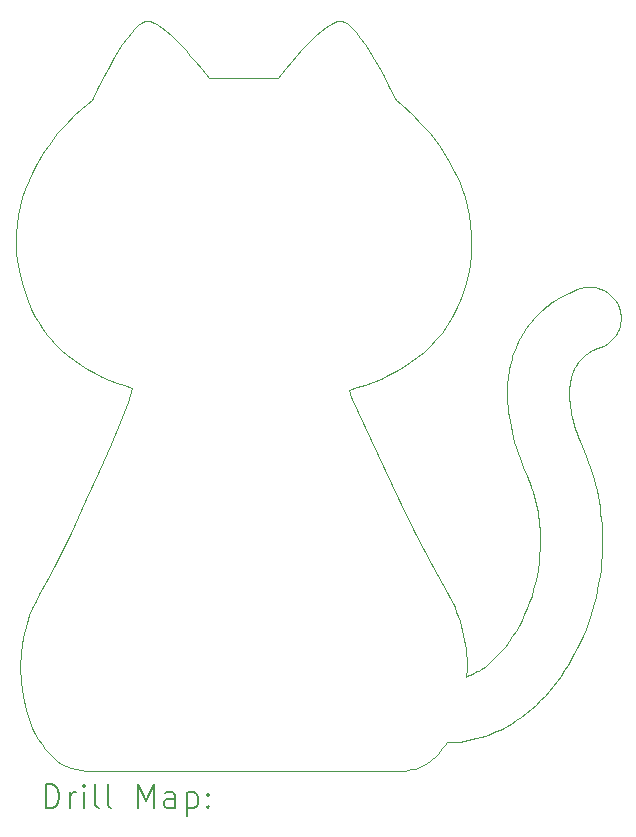
<source format=gbr>
%TF.GenerationSoftware,KiCad,Pcbnew,8.0.8*%
%TF.CreationDate,2025-06-13T17:00:37+01:00*%
%TF.ProjectId,AutoDiming_Keychain,4175746f-4469-46d6-996e-675f4b657963,rev?*%
%TF.SameCoordinates,Original*%
%TF.FileFunction,Drillmap*%
%TF.FilePolarity,Positive*%
%FSLAX45Y45*%
G04 Gerber Fmt 4.5, Leading zero omitted, Abs format (unit mm)*
G04 Created by KiCad (PCBNEW 8.0.8) date 2025-06-13 17:00:37*
%MOMM*%
%LPD*%
G01*
G04 APERTURE LIST*
%ADD10C,0.100000*%
%ADD11C,0.200000*%
G04 APERTURE END LIST*
D10*
X4134127Y-2781184D02*
X4149743Y-2784931D01*
X4166361Y-2791030D01*
X4183883Y-2799319D01*
X4202210Y-2809637D01*
X4221244Y-2821821D01*
X4240887Y-2835709D01*
X4281607Y-2867950D01*
X4323584Y-2905063D01*
X4366033Y-2945751D01*
X4408167Y-2988718D01*
X4449202Y-3032667D01*
X4488352Y-3076301D01*
X4524830Y-3118324D01*
X4586632Y-3192351D01*
X4643615Y-3264020D01*
X5233669Y-3264020D01*
X5290669Y-3192351D01*
X5352489Y-3118324D01*
X5428141Y-3032667D01*
X5469189Y-2988718D01*
X5511337Y-2945751D01*
X5553800Y-2905063D01*
X5595792Y-2867950D01*
X5636527Y-2835709D01*
X5656177Y-2821821D01*
X5675219Y-2809637D01*
X5693553Y-2799319D01*
X5711082Y-2791030D01*
X5727707Y-2784931D01*
X5743331Y-2781184D01*
X5758864Y-2780749D01*
X5775253Y-2784295D01*
X5792409Y-2791564D01*
X5810244Y-2802295D01*
X5828669Y-2816228D01*
X5847596Y-2833102D01*
X5866936Y-2852657D01*
X5886602Y-2874633D01*
X5926553Y-2924807D01*
X5966744Y-2981542D01*
X6006464Y-3042755D01*
X6045009Y-3106364D01*
X6081668Y-3170288D01*
X6115736Y-3232444D01*
X6173264Y-3343123D01*
X6226080Y-3451655D01*
X6267776Y-3484813D01*
X6373586Y-3581144D01*
X6441498Y-3651527D01*
X6514595Y-3735936D01*
X6589263Y-3833781D01*
X6661887Y-3944475D01*
X6728853Y-4067426D01*
X6759085Y-4133315D01*
X6786546Y-4202048D01*
X6810786Y-4273550D01*
X6831352Y-4347749D01*
X6847793Y-4424571D01*
X6859657Y-4503942D01*
X6866491Y-4585788D01*
X6867845Y-4670037D01*
X6863266Y-4756613D01*
X6852302Y-4845444D01*
X6834503Y-4936456D01*
X6809415Y-5029576D01*
X6776587Y-5124729D01*
X6735568Y-5221842D01*
X6699618Y-5292976D01*
X6659700Y-5359618D01*
X6616070Y-5421916D01*
X6568986Y-5480017D01*
X6518707Y-5534069D01*
X6465488Y-5584221D01*
X6409589Y-5630620D01*
X6351267Y-5673415D01*
X6290779Y-5712754D01*
X6228383Y-5748785D01*
X6164336Y-5781655D01*
X6098897Y-5811513D01*
X6032322Y-5838507D01*
X5964869Y-5862785D01*
X5896796Y-5884495D01*
X5828361Y-5903784D01*
X5847300Y-5964295D01*
X6126079Y-6568964D01*
X6254202Y-6836085D01*
X6391923Y-7114545D01*
X6532358Y-7386824D01*
X6668620Y-7635399D01*
X6688761Y-7672181D01*
X6707475Y-7709526D01*
X6724780Y-7747382D01*
X6740695Y-7785698D01*
X6755239Y-7824419D01*
X6768431Y-7863493D01*
X6780289Y-7902868D01*
X6790833Y-7942491D01*
X6800080Y-7982308D01*
X6808051Y-8022268D01*
X6814763Y-8062318D01*
X6820236Y-8102404D01*
X6824488Y-8142475D01*
X6827539Y-8182477D01*
X6829407Y-8222358D01*
X6830111Y-8262065D01*
X6817845Y-8334668D01*
X6831549Y-8329622D01*
X6845270Y-8324229D01*
X6859009Y-8318457D01*
X6872770Y-8312276D01*
X6886555Y-8305652D01*
X6900366Y-8298555D01*
X6914206Y-8290953D01*
X6928077Y-8282814D01*
X6944977Y-8272195D01*
X6961854Y-8260884D01*
X6978692Y-8248888D01*
X6995473Y-8236216D01*
X7012180Y-8222876D01*
X7028797Y-8208878D01*
X7045306Y-8194228D01*
X7061690Y-8178936D01*
X7077933Y-8163011D01*
X7094018Y-8146460D01*
X7109926Y-8129292D01*
X7125643Y-8111516D01*
X7141150Y-8093139D01*
X7156430Y-8074171D01*
X7171467Y-8054620D01*
X7186244Y-8034494D01*
X7215116Y-7992653D01*
X7242693Y-7948731D01*
X7268895Y-7902857D01*
X7293642Y-7855161D01*
X7316855Y-7805771D01*
X7338455Y-7754817D01*
X7358361Y-7702428D01*
X7376494Y-7648732D01*
X7392775Y-7593859D01*
X7407125Y-7537937D01*
X7419462Y-7481097D01*
X7429709Y-7423467D01*
X7437785Y-7365175D01*
X7443611Y-7306352D01*
X7447107Y-7247125D01*
X7448194Y-7187625D01*
X7447776Y-7152379D01*
X7446516Y-7117110D01*
X7444404Y-7081836D01*
X7441430Y-7046576D01*
X7437583Y-7011350D01*
X7432854Y-6976176D01*
X7427232Y-6941072D01*
X7420707Y-6906058D01*
X7413269Y-6871152D01*
X7404908Y-6836374D01*
X7395613Y-6801741D01*
X7385375Y-6767274D01*
X7374184Y-6732990D01*
X7362029Y-6698909D01*
X7348900Y-6665049D01*
X7334787Y-6631429D01*
X7313890Y-6582160D01*
X7294482Y-6533697D01*
X7276543Y-6486030D01*
X7260054Y-6439147D01*
X7244994Y-6393037D01*
X7231344Y-6347689D01*
X7219085Y-6303093D01*
X7208196Y-6259237D01*
X7198659Y-6216110D01*
X7190452Y-6173701D01*
X7183558Y-6131999D01*
X7177956Y-6090993D01*
X7173626Y-6050673D01*
X7170549Y-6011026D01*
X7168705Y-5972043D01*
X7168075Y-5933711D01*
X7168437Y-5902650D01*
X7169640Y-5872056D01*
X7171663Y-5841941D01*
X7174486Y-5812317D01*
X7178086Y-5783194D01*
X7182443Y-5754584D01*
X7187536Y-5726499D01*
X7193345Y-5698950D01*
X7199847Y-5671948D01*
X7207023Y-5645505D01*
X7214851Y-5619632D01*
X7223310Y-5594341D01*
X7232379Y-5569643D01*
X7242038Y-5545549D01*
X7252265Y-5522071D01*
X7263040Y-5499220D01*
X7274272Y-5476990D01*
X7285956Y-5455424D01*
X7298059Y-5434518D01*
X7310548Y-5414268D01*
X7323390Y-5394668D01*
X7336550Y-5375715D01*
X7349996Y-5357403D01*
X7363694Y-5339729D01*
X7377611Y-5322687D01*
X7391713Y-5306274D01*
X7405968Y-5290485D01*
X7420341Y-5275315D01*
X7434800Y-5260760D01*
X7449312Y-5246815D01*
X7463841Y-5233476D01*
X7478357Y-5220738D01*
X7492928Y-5208580D01*
X7507410Y-5196963D01*
X7521783Y-5185875D01*
X7536027Y-5175304D01*
X7564047Y-5155670D01*
X7591311Y-5137968D01*
X7617658Y-5122107D01*
X7642930Y-5107995D01*
X7666966Y-5095541D01*
X7689607Y-5084651D01*
X7710693Y-5075236D01*
X7730064Y-5067202D01*
X7747561Y-5060458D01*
X7763023Y-5054912D01*
X7787207Y-5047048D01*
X7801338Y-5042876D01*
X7814524Y-5039741D01*
X7827710Y-5037304D01*
X7840877Y-5035552D01*
X7854004Y-5034474D01*
X7867072Y-5034059D01*
X7880059Y-5034293D01*
X7892947Y-5035166D01*
X7905713Y-5036665D01*
X7918339Y-5038779D01*
X7930803Y-5041497D01*
X7943086Y-5044806D01*
X7955168Y-5048695D01*
X7967028Y-5053151D01*
X7978645Y-5058164D01*
X7990001Y-5063721D01*
X8001073Y-5069810D01*
X8011843Y-5076421D01*
X8022290Y-5083540D01*
X8032393Y-5091157D01*
X8042133Y-5099259D01*
X8051489Y-5107835D01*
X8060441Y-5116873D01*
X8068968Y-5126362D01*
X8077051Y-5136288D01*
X8084669Y-5146642D01*
X8091802Y-5157410D01*
X8098430Y-5168582D01*
X8104531Y-5180145D01*
X8110088Y-5192088D01*
X8115078Y-5204398D01*
X8119481Y-5217065D01*
X8123278Y-5230076D01*
X8126380Y-5243117D01*
X8128798Y-5256156D01*
X8130544Y-5269175D01*
X8131630Y-5282154D01*
X8132066Y-5295073D01*
X8131865Y-5307914D01*
X8131037Y-5320657D01*
X8129594Y-5333283D01*
X8127549Y-5345771D01*
X8124911Y-5358103D01*
X8121693Y-5370259D01*
X8117906Y-5382219D01*
X8113562Y-5393965D01*
X8108672Y-5405476D01*
X8103248Y-5416734D01*
X8097300Y-5427719D01*
X8090841Y-5438410D01*
X8083882Y-5448790D01*
X8076435Y-5458839D01*
X8068510Y-5468536D01*
X8060120Y-5477863D01*
X8051276Y-5486801D01*
X8041989Y-5495328D01*
X8032271Y-5503428D01*
X8022133Y-5511079D01*
X8011587Y-5518262D01*
X8000644Y-5524959D01*
X7989316Y-5531148D01*
X7977615Y-5536812D01*
X7965551Y-5541931D01*
X7953136Y-5546484D01*
X7940382Y-5550454D01*
X7940468Y-5550801D01*
X7934899Y-5552686D01*
X7928959Y-5554915D01*
X7925334Y-5556358D01*
X7921308Y-5558027D01*
X7916908Y-5559929D01*
X7912162Y-5562071D01*
X7907095Y-5564458D01*
X7901735Y-5567098D01*
X7890203Y-5573049D01*
X7877910Y-5579975D01*
X7865035Y-5587880D01*
X7858435Y-5592200D01*
X7851757Y-5596766D01*
X7845023Y-5601577D01*
X7838255Y-5606636D01*
X7831475Y-5611941D01*
X7824707Y-5617493D01*
X7817971Y-5623293D01*
X7811291Y-5629340D01*
X7804690Y-5635636D01*
X7798188Y-5642181D01*
X7789634Y-5651331D01*
X7781276Y-5660935D01*
X7773136Y-5671030D01*
X7769153Y-5676273D01*
X7765232Y-5681652D01*
X7761375Y-5687171D01*
X7757585Y-5692836D01*
X7753865Y-5698651D01*
X7750216Y-5704619D01*
X7746641Y-5710747D01*
X7743143Y-5717037D01*
X7739724Y-5723496D01*
X7736387Y-5730126D01*
X7727992Y-5748826D01*
X7720200Y-5769057D01*
X7716579Y-5779810D01*
X7713166Y-5791019D01*
X7709980Y-5802711D01*
X7707042Y-5814909D01*
X7704369Y-5827638D01*
X7701983Y-5840924D01*
X7699900Y-5854790D01*
X7698141Y-5869262D01*
X7696726Y-5884364D01*
X7695672Y-5900121D01*
X7695000Y-5916558D01*
X7694728Y-5933698D01*
X7696110Y-5978127D01*
X7700660Y-6027072D01*
X7704252Y-6053269D01*
X7708791Y-6080631D01*
X7714328Y-6109170D01*
X7720914Y-6138898D01*
X7728601Y-6169828D01*
X7737440Y-6201972D01*
X7747484Y-6235340D01*
X7758783Y-6269947D01*
X7771388Y-6305802D01*
X7785352Y-6342920D01*
X7800726Y-6381310D01*
X7817560Y-6420987D01*
X7837306Y-6468079D01*
X7855643Y-6515415D01*
X7872590Y-6562967D01*
X7888164Y-6610706D01*
X7902386Y-6658603D01*
X7915273Y-6706629D01*
X7926844Y-6754754D01*
X7937117Y-6802951D01*
X7946113Y-6851190D01*
X7953848Y-6899442D01*
X7960342Y-6947678D01*
X7965614Y-6995870D01*
X7969681Y-7043988D01*
X7972564Y-7092004D01*
X7974279Y-7139889D01*
X7974847Y-7187613D01*
X7973907Y-7248003D01*
X7971210Y-7308053D01*
X7966784Y-7367722D01*
X7960660Y-7426964D01*
X7952868Y-7485738D01*
X7943436Y-7543999D01*
X7932396Y-7601705D01*
X7919776Y-7658811D01*
X7905606Y-7715276D01*
X7889917Y-7771056D01*
X7872736Y-7826106D01*
X7854096Y-7880385D01*
X7834024Y-7933849D01*
X7812551Y-7986454D01*
X7789707Y-8038157D01*
X7765520Y-8088916D01*
X7739921Y-8138618D01*
X7713011Y-8187339D01*
X7684798Y-8235017D01*
X7655286Y-8281593D01*
X7624481Y-8327006D01*
X7592391Y-8371195D01*
X7559020Y-8414102D01*
X7524374Y-8455664D01*
X7488460Y-8495822D01*
X7451283Y-8534515D01*
X7412849Y-8571684D01*
X7373164Y-8607268D01*
X7332234Y-8641207D01*
X7290065Y-8673440D01*
X7246662Y-8703907D01*
X7202033Y-8732548D01*
X7171742Y-8750441D01*
X7140867Y-8767421D01*
X7109431Y-8783455D01*
X7077456Y-8798510D01*
X7044965Y-8812553D01*
X7011980Y-8825550D01*
X6978524Y-8837470D01*
X6944620Y-8848278D01*
X6910291Y-8857943D01*
X6875558Y-8866429D01*
X6840445Y-8873706D01*
X6804974Y-8879739D01*
X6769167Y-8884496D01*
X6733049Y-8887943D01*
X6696640Y-8890048D01*
X6659963Y-8890777D01*
X6641350Y-8917539D01*
X6621911Y-8943011D01*
X6601664Y-8967133D01*
X6580627Y-8989844D01*
X6558816Y-9011085D01*
X6536251Y-9030795D01*
X6512948Y-9048914D01*
X6488926Y-9065382D01*
X6464201Y-9080138D01*
X6438792Y-9093121D01*
X6412717Y-9104273D01*
X6385993Y-9113532D01*
X6358637Y-9120839D01*
X6330668Y-9126133D01*
X6302103Y-9129353D01*
X6272960Y-9130440D01*
X3604646Y-9130440D01*
X3559957Y-9127898D01*
X3516628Y-9120413D01*
X3474732Y-9108194D01*
X3434341Y-9091450D01*
X3395527Y-9070390D01*
X3358364Y-9045224D01*
X3322923Y-9016161D01*
X3289278Y-8983410D01*
X3257500Y-8947182D01*
X3227662Y-8907684D01*
X3199837Y-8865127D01*
X3174097Y-8819720D01*
X3150515Y-8771672D01*
X3129162Y-8721192D01*
X3093438Y-8613775D01*
X3067505Y-8499144D01*
X3051942Y-8378973D01*
X3047329Y-8254938D01*
X3054248Y-8128712D01*
X3062212Y-8065301D01*
X3073276Y-8001971D01*
X3087513Y-7938930D01*
X3104995Y-7876388D01*
X3125795Y-7814555D01*
X3149985Y-7753640D01*
X3177638Y-7693851D01*
X3208825Y-7635399D01*
X3275207Y-7515664D01*
X3341973Y-7388714D01*
X3408479Y-7256611D01*
X3474082Y-7121417D01*
X3600000Y-6850000D01*
X3714576Y-6590953D01*
X3812658Y-6360767D01*
X3889095Y-6175931D01*
X3956426Y-6008274D01*
X3993025Y-5888443D01*
X3928340Y-5868327D01*
X3864158Y-5845923D01*
X3800700Y-5821105D01*
X3738186Y-5793748D01*
X3676836Y-5763726D01*
X3616870Y-5730915D01*
X3558508Y-5695190D01*
X3501972Y-5656424D01*
X3447480Y-5614494D01*
X3395254Y-5569273D01*
X3345514Y-5520637D01*
X3298479Y-5468460D01*
X3276045Y-5441004D01*
X3254370Y-5412617D01*
X3233482Y-5383282D01*
X3213408Y-5352983D01*
X3194175Y-5321705D01*
X3175812Y-5289433D01*
X3158345Y-5256150D01*
X3141803Y-5221842D01*
X3100784Y-5124729D01*
X3067957Y-5029576D01*
X3042870Y-4936456D01*
X3025072Y-4845444D01*
X3014111Y-4756613D01*
X3009534Y-4670037D01*
X3010890Y-4585788D01*
X3017728Y-4503942D01*
X3029595Y-4424571D01*
X3046039Y-4347749D01*
X3066609Y-4273550D01*
X3090852Y-4202048D01*
X3118318Y-4133315D01*
X3148553Y-4067426D01*
X3181107Y-4004455D01*
X3215527Y-3944475D01*
X3251362Y-3887559D01*
X3288159Y-3833781D01*
X3325468Y-3783216D01*
X3362835Y-3735936D01*
X3435940Y-3651527D01*
X3503858Y-3581144D01*
X3562976Y-3525376D01*
X3609679Y-3484813D01*
X3651378Y-3451655D01*
X3704171Y-3343122D01*
X3761680Y-3232441D01*
X3795738Y-3170284D01*
X3832389Y-3106360D01*
X3870926Y-3042750D01*
X3910643Y-2981537D01*
X3950833Y-2924802D01*
X3990788Y-2874628D01*
X4010457Y-2852652D01*
X4029802Y-2833097D01*
X4048735Y-2816224D01*
X4067168Y-2802292D01*
X4085012Y-2791561D01*
X4102178Y-2784293D01*
X4118580Y-2780748D01*
X4134127Y-2781184D01*
D11*
X3265311Y-9446923D02*
X3265311Y-9246923D01*
X3265311Y-9246923D02*
X3312930Y-9246923D01*
X3312930Y-9246923D02*
X3341501Y-9256447D01*
X3341501Y-9256447D02*
X3360549Y-9275495D01*
X3360549Y-9275495D02*
X3370073Y-9294542D01*
X3370073Y-9294542D02*
X3379597Y-9332638D01*
X3379597Y-9332638D02*
X3379597Y-9361209D01*
X3379597Y-9361209D02*
X3370073Y-9399304D01*
X3370073Y-9399304D02*
X3360549Y-9418352D01*
X3360549Y-9418352D02*
X3341501Y-9437400D01*
X3341501Y-9437400D02*
X3312930Y-9446923D01*
X3312930Y-9446923D02*
X3265311Y-9446923D01*
X3465311Y-9446923D02*
X3465311Y-9313590D01*
X3465311Y-9351685D02*
X3474835Y-9332638D01*
X3474835Y-9332638D02*
X3484359Y-9323114D01*
X3484359Y-9323114D02*
X3503406Y-9313590D01*
X3503406Y-9313590D02*
X3522454Y-9313590D01*
X3589120Y-9446923D02*
X3589120Y-9313590D01*
X3589120Y-9246923D02*
X3579597Y-9256447D01*
X3579597Y-9256447D02*
X3589120Y-9265971D01*
X3589120Y-9265971D02*
X3598644Y-9256447D01*
X3598644Y-9256447D02*
X3589120Y-9246923D01*
X3589120Y-9246923D02*
X3589120Y-9265971D01*
X3712930Y-9446923D02*
X3693882Y-9437400D01*
X3693882Y-9437400D02*
X3684359Y-9418352D01*
X3684359Y-9418352D02*
X3684359Y-9246923D01*
X3817692Y-9446923D02*
X3798644Y-9437400D01*
X3798644Y-9437400D02*
X3789120Y-9418352D01*
X3789120Y-9418352D02*
X3789120Y-9246923D01*
X4046263Y-9446923D02*
X4046263Y-9246923D01*
X4046263Y-9246923D02*
X4112930Y-9389781D01*
X4112930Y-9389781D02*
X4179597Y-9246923D01*
X4179597Y-9246923D02*
X4179597Y-9446923D01*
X4360549Y-9446923D02*
X4360549Y-9342162D01*
X4360549Y-9342162D02*
X4351025Y-9323114D01*
X4351025Y-9323114D02*
X4331978Y-9313590D01*
X4331978Y-9313590D02*
X4293882Y-9313590D01*
X4293882Y-9313590D02*
X4274835Y-9323114D01*
X4360549Y-9437400D02*
X4341502Y-9446923D01*
X4341502Y-9446923D02*
X4293882Y-9446923D01*
X4293882Y-9446923D02*
X4274835Y-9437400D01*
X4274835Y-9437400D02*
X4265311Y-9418352D01*
X4265311Y-9418352D02*
X4265311Y-9399304D01*
X4265311Y-9399304D02*
X4274835Y-9380257D01*
X4274835Y-9380257D02*
X4293882Y-9370733D01*
X4293882Y-9370733D02*
X4341502Y-9370733D01*
X4341502Y-9370733D02*
X4360549Y-9361209D01*
X4455787Y-9313590D02*
X4455787Y-9513590D01*
X4455787Y-9323114D02*
X4474835Y-9313590D01*
X4474835Y-9313590D02*
X4512930Y-9313590D01*
X4512930Y-9313590D02*
X4531978Y-9323114D01*
X4531978Y-9323114D02*
X4541502Y-9332638D01*
X4541502Y-9332638D02*
X4551025Y-9351685D01*
X4551025Y-9351685D02*
X4551025Y-9408828D01*
X4551025Y-9408828D02*
X4541502Y-9427876D01*
X4541502Y-9427876D02*
X4531978Y-9437400D01*
X4531978Y-9437400D02*
X4512930Y-9446923D01*
X4512930Y-9446923D02*
X4474835Y-9446923D01*
X4474835Y-9446923D02*
X4455787Y-9437400D01*
X4636740Y-9427876D02*
X4646263Y-9437400D01*
X4646263Y-9437400D02*
X4636740Y-9446923D01*
X4636740Y-9446923D02*
X4627216Y-9437400D01*
X4627216Y-9437400D02*
X4636740Y-9427876D01*
X4636740Y-9427876D02*
X4636740Y-9446923D01*
X4636740Y-9323114D02*
X4646263Y-9332638D01*
X4646263Y-9332638D02*
X4636740Y-9342162D01*
X4636740Y-9342162D02*
X4627216Y-9332638D01*
X4627216Y-9332638D02*
X4636740Y-9323114D01*
X4636740Y-9323114D02*
X4636740Y-9342162D01*
M02*

</source>
